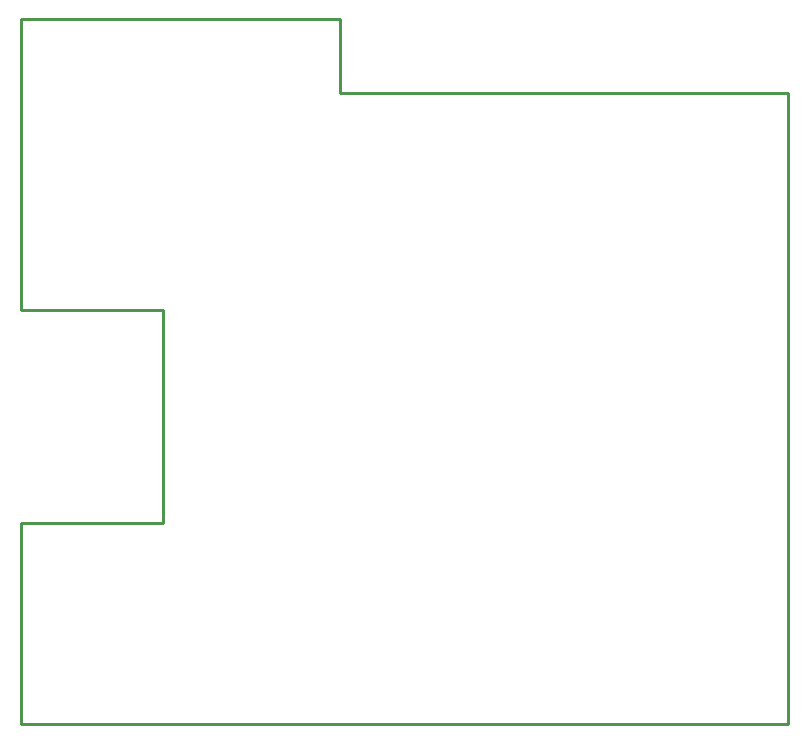
<source format=gbr>
%TF.GenerationSoftware,KiCad,Pcbnew,5.1.5+dfsg1-2build2*%
%TF.CreationDate,2020-06-30T13:18:29+03:00*%
%TF.ProjectId,Lime2-SHIELD_RevB,4c696d65-322d-4534-9849-454c445f5265,D*%
%TF.SameCoordinates,Original*%
%TF.FileFunction,Profile,NP*%
%FSLAX46Y46*%
G04 Gerber Fmt 4.6, Leading zero omitted, Abs format (unit mm)*
G04 Created by KiCad (PCBNEW 5.1.5+dfsg1-2build2) date 2020-06-30 13:18:29*
%MOMM*%
%LPD*%
G04 APERTURE LIST*
%TA.AperFunction,Profile*%
%ADD10C,0.254000*%
%TD*%
G04 APERTURE END LIST*
D10*
%TO.C,REF\002A\002A*%
X128600000Y-48200000D02*
X128600000Y-41900000D01*
X128600000Y-41900000D02*
X101600000Y-41900000D01*
X101600000Y-101600000D02*
X166600000Y-101600000D01*
X166600000Y-101600000D02*
X166600000Y-48200000D01*
X166600000Y-48200000D02*
X128600000Y-48200000D01*
X101600000Y-84600000D02*
X101600000Y-101600000D01*
X101600000Y-84600000D02*
X113600000Y-84600000D01*
X113600000Y-84600000D02*
X113600000Y-66600000D01*
X113600000Y-66600000D02*
X101600000Y-66600000D01*
X101600000Y-66600000D02*
X101600000Y-41900000D01*
%TD*%
M02*

</source>
